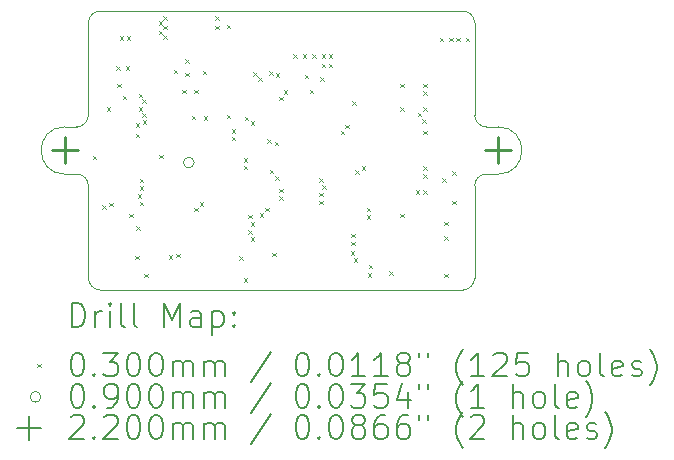
<source format=gbr>
%TF.GenerationSoftware,KiCad,Pcbnew,8.0.0*%
%TF.CreationDate,2024-09-22T13:18:51-04:00*%
%TF.ProjectId,MiniCarrierBoard,4d696e69-4361-4727-9269-6572426f6172,rev?*%
%TF.SameCoordinates,Original*%
%TF.FileFunction,Drillmap*%
%TF.FilePolarity,Positive*%
%FSLAX45Y45*%
G04 Gerber Fmt 4.5, Leading zero omitted, Abs format (unit mm)*
G04 Created by KiCad (PCBNEW 8.0.0) date 2024-09-22 13:18:51*
%MOMM*%
%LPD*%
G01*
G04 APERTURE LIST*
%ADD10C,0.050000*%
%ADD11C,0.200000*%
%ADD12C,0.100000*%
%ADD13C,0.220000*%
G04 APERTURE END LIST*
D10*
X11760000Y-8880000D02*
G75*
G02*
X11860000Y-8980000I0J-100000D01*
G01*
X8690000Y-8880000D02*
X11760000Y-8880000D01*
X8590000Y-9760000D02*
X8590000Y-8980000D01*
X8490000Y-10260000D02*
G75*
G02*
X8590000Y-10360000I0J-100000D01*
G01*
X8390000Y-10260000D02*
G75*
G02*
X8390000Y-9860000I0J200000D01*
G01*
X8690000Y-11240000D02*
G75*
G02*
X8590000Y-11140000I0J100000D01*
G01*
X11860000Y-9760000D02*
X11860000Y-8980000D01*
X11860000Y-10360000D02*
X11860000Y-11140000D01*
X8590000Y-9760000D02*
G75*
G02*
X8490000Y-9860000I-100000J0D01*
G01*
X11860000Y-11140000D02*
G75*
G02*
X11760000Y-11240000I-100000J0D01*
G01*
X12060000Y-9860000D02*
G75*
G02*
X12060000Y-10260000I0J-200000D01*
G01*
X12060000Y-10260000D02*
X11960000Y-10260000D01*
X11860000Y-10360000D02*
G75*
G02*
X11960000Y-10260000I100000J0D01*
G01*
X11760000Y-11240000D02*
X8690000Y-11240000D01*
X8390000Y-10260000D02*
X8490000Y-10260000D01*
X8590000Y-8980000D02*
G75*
G02*
X8690000Y-8880000I100000J0D01*
G01*
X12060000Y-9860000D02*
X11960000Y-9860000D01*
X11960000Y-9860000D02*
G75*
G02*
X11860000Y-9760000I0J100000D01*
G01*
X8590000Y-10360000D02*
X8590000Y-11140000D01*
X8390000Y-9860000D02*
X8490000Y-9860000D01*
D11*
D12*
X8625000Y-10105000D02*
X8655000Y-10135000D01*
X8655000Y-10105000D02*
X8625000Y-10135000D01*
X8705000Y-10525000D02*
X8735000Y-10555000D01*
X8735000Y-10525000D02*
X8705000Y-10555000D01*
X8745000Y-9695000D02*
X8775000Y-9725000D01*
X8775000Y-9695000D02*
X8745000Y-9725000D01*
X8765742Y-10501860D02*
X8795742Y-10531860D01*
X8795742Y-10501860D02*
X8765742Y-10531860D01*
X8825000Y-9345000D02*
X8855000Y-9375000D01*
X8855000Y-9345000D02*
X8825000Y-9375000D01*
X8832500Y-9495000D02*
X8862500Y-9525000D01*
X8862500Y-9495000D02*
X8832500Y-9525000D01*
X8855000Y-9095000D02*
X8885000Y-9125000D01*
X8885000Y-9095000D02*
X8855000Y-9125000D01*
X8882500Y-9595000D02*
X8912500Y-9625000D01*
X8912500Y-9595000D02*
X8882500Y-9625000D01*
X8905000Y-9345000D02*
X8935000Y-9375000D01*
X8935000Y-9345000D02*
X8905000Y-9375000D01*
X8915000Y-9095000D02*
X8945000Y-9125000D01*
X8945000Y-9095000D02*
X8915000Y-9125000D01*
X8935000Y-10595000D02*
X8965000Y-10625000D01*
X8965000Y-10595000D02*
X8935000Y-10625000D01*
X8985000Y-10950000D02*
X9015000Y-10980000D01*
X9015000Y-10950000D02*
X8985000Y-10980000D01*
X8990784Y-9830540D02*
X9020784Y-9860540D01*
X9020784Y-9830540D02*
X8990784Y-9860540D01*
X8992500Y-9917500D02*
X9022500Y-9947500D01*
X9022500Y-9917500D02*
X8992500Y-9947500D01*
X8995000Y-10700000D02*
X9025000Y-10730000D01*
X9025000Y-10700000D02*
X8995000Y-10730000D01*
X9009235Y-10431941D02*
X9039235Y-10461941D01*
X9039235Y-10431941D02*
X9009235Y-10461941D01*
X9017500Y-9578619D02*
X9047500Y-9608619D01*
X9047500Y-9578619D02*
X9017500Y-9608619D01*
X9017500Y-9695000D02*
X9047500Y-9725000D01*
X9047500Y-9695000D02*
X9017500Y-9725000D01*
X9024605Y-10362663D02*
X9054605Y-10392663D01*
X9054605Y-10362663D02*
X9024605Y-10392663D01*
X9025000Y-10495000D02*
X9055000Y-10525000D01*
X9055000Y-10495000D02*
X9025000Y-10525000D01*
X9026060Y-10297679D02*
X9056060Y-10327679D01*
X9056060Y-10297679D02*
X9026060Y-10327679D01*
X9045000Y-9745000D02*
X9075000Y-9775000D01*
X9075000Y-9745000D02*
X9045000Y-9775000D01*
X9046826Y-9628079D02*
X9076826Y-9658079D01*
X9076826Y-9628079D02*
X9046826Y-9658079D01*
X9049587Y-9802839D02*
X9079587Y-9832839D01*
X9079587Y-9802839D02*
X9049587Y-9832839D01*
X9065000Y-11105000D02*
X9095000Y-11135000D01*
X9095000Y-11105000D02*
X9065000Y-11135000D01*
X9185000Y-8965000D02*
X9215000Y-8995000D01*
X9215000Y-8965000D02*
X9185000Y-8995000D01*
X9185000Y-9045000D02*
X9215000Y-9075000D01*
X9215000Y-9045000D02*
X9185000Y-9075000D01*
X9187500Y-10095000D02*
X9217500Y-10125000D01*
X9217500Y-10095000D02*
X9187500Y-10125000D01*
X9225000Y-8925000D02*
X9255000Y-8955000D01*
X9255000Y-8925000D02*
X9225000Y-8955000D01*
X9225000Y-9005000D02*
X9255000Y-9035000D01*
X9255000Y-9005000D02*
X9225000Y-9035000D01*
X9225000Y-9085000D02*
X9255000Y-9115000D01*
X9255000Y-9085000D02*
X9225000Y-9115000D01*
X9271262Y-10947748D02*
X9301262Y-10977748D01*
X9301262Y-10947748D02*
X9271262Y-10977748D01*
X9312123Y-9377877D02*
X9342123Y-9407877D01*
X9342123Y-9377877D02*
X9312123Y-9407877D01*
X9335000Y-10935000D02*
X9365000Y-10965000D01*
X9365000Y-10935000D02*
X9335000Y-10965000D01*
X9385000Y-9545250D02*
X9415000Y-9575250D01*
X9415000Y-9545250D02*
X9385000Y-9575250D01*
X9411250Y-9288250D02*
X9441250Y-9318250D01*
X9441250Y-9288250D02*
X9411250Y-9318250D01*
X9411250Y-9401750D02*
X9441250Y-9431750D01*
X9441250Y-9401750D02*
X9411250Y-9431750D01*
X9465000Y-9765250D02*
X9495000Y-9795250D01*
X9495000Y-9765250D02*
X9465000Y-9795250D01*
X9485000Y-9545250D02*
X9515000Y-9575250D01*
X9515000Y-9545250D02*
X9485000Y-9575250D01*
X9485000Y-10545000D02*
X9515000Y-10575000D01*
X9515000Y-10545000D02*
X9485000Y-10575000D01*
X9530962Y-10499038D02*
X9560962Y-10529038D01*
X9560962Y-10499038D02*
X9530962Y-10529038D01*
X9557500Y-9385000D02*
X9587500Y-9415000D01*
X9587500Y-9385000D02*
X9557500Y-9415000D01*
X9565000Y-9768250D02*
X9595000Y-9798250D01*
X9595000Y-9768250D02*
X9565000Y-9798250D01*
X9665000Y-8925000D02*
X9695000Y-8955000D01*
X9695000Y-8925000D02*
X9665000Y-8955000D01*
X9665000Y-9005000D02*
X9695000Y-9035000D01*
X9695000Y-9005000D02*
X9665000Y-9035000D01*
X9760000Y-8995000D02*
X9790000Y-9025000D01*
X9790000Y-8995000D02*
X9760000Y-9025000D01*
X9760000Y-9757500D02*
X9790000Y-9787500D01*
X9790000Y-9757500D02*
X9760000Y-9787500D01*
X9805000Y-9880000D02*
X9835000Y-9910000D01*
X9835000Y-9880000D02*
X9805000Y-9910000D01*
X9805000Y-9945000D02*
X9835000Y-9975000D01*
X9835000Y-9945000D02*
X9805000Y-9975000D01*
X9865000Y-10957500D02*
X9895000Y-10987500D01*
X9895000Y-10957500D02*
X9865000Y-10987500D01*
X9903691Y-11142500D02*
X9933691Y-11172500D01*
X9933691Y-11142500D02*
X9903691Y-11172500D01*
X9905000Y-10125000D02*
X9935000Y-10155000D01*
X9935000Y-10125000D02*
X9905000Y-10155000D01*
X9905000Y-10190000D02*
X9935000Y-10220000D01*
X9935000Y-10190000D02*
X9905000Y-10220000D01*
X9911909Y-9775753D02*
X9941909Y-9805753D01*
X9941909Y-9775753D02*
X9911909Y-9805753D01*
X9945000Y-10605000D02*
X9975000Y-10635000D01*
X9975000Y-10605000D02*
X9945000Y-10635000D01*
X9945000Y-10735000D02*
X9975000Y-10765000D01*
X9975000Y-10735000D02*
X9945000Y-10765000D01*
X9965000Y-9813255D02*
X9995000Y-9843255D01*
X9995000Y-9813255D02*
X9965000Y-9843255D01*
X9965000Y-10670000D02*
X9995000Y-10700000D01*
X9995000Y-10670000D02*
X9965000Y-10700000D01*
X9965447Y-10796701D02*
X9995447Y-10826701D01*
X9995447Y-10796701D02*
X9965447Y-10826701D01*
X9985000Y-9399250D02*
X10015000Y-9429250D01*
X10015000Y-9399250D02*
X9985000Y-9429250D01*
X10025659Y-9439909D02*
X10055659Y-9469909D01*
X10055659Y-9439909D02*
X10025659Y-9469909D01*
X10039038Y-10590962D02*
X10069038Y-10620962D01*
X10069038Y-10590962D02*
X10039038Y-10620962D01*
X10085000Y-10545000D02*
X10115000Y-10575000D01*
X10115000Y-10545000D02*
X10085000Y-10575000D01*
X10105922Y-9967297D02*
X10135922Y-9997297D01*
X10135922Y-9967297D02*
X10105922Y-9997297D01*
X10121584Y-9387337D02*
X10151584Y-9417337D01*
X10151584Y-9387337D02*
X10121584Y-9417337D01*
X10125000Y-10225000D02*
X10155000Y-10255000D01*
X10155000Y-10225000D02*
X10125000Y-10255000D01*
X10145000Y-10925000D02*
X10175000Y-10955000D01*
X10175000Y-10925000D02*
X10145000Y-10955000D01*
X10168242Y-9985770D02*
X10198242Y-10015770D01*
X10198242Y-9985770D02*
X10168242Y-10015770D01*
X10170962Y-10277500D02*
X10200962Y-10307500D01*
X10200962Y-10277500D02*
X10170962Y-10307500D01*
X10175000Y-9405000D02*
X10205000Y-9435000D01*
X10205000Y-9405000D02*
X10175000Y-9435000D01*
X10205000Y-9605000D02*
X10235000Y-9635000D01*
X10235000Y-9605000D02*
X10205000Y-9635000D01*
X10205000Y-10385000D02*
X10235000Y-10415000D01*
X10235000Y-10385000D02*
X10205000Y-10415000D01*
X10205000Y-10450000D02*
X10235000Y-10480000D01*
X10235000Y-10450000D02*
X10205000Y-10480000D01*
X10245000Y-9552500D02*
X10275000Y-9582500D01*
X10275000Y-9552500D02*
X10245000Y-9582500D01*
X10325000Y-9245000D02*
X10355000Y-9275000D01*
X10355000Y-9245000D02*
X10325000Y-9275000D01*
X10405000Y-9245000D02*
X10435000Y-9275000D01*
X10435000Y-9245000D02*
X10405000Y-9275000D01*
X10420000Y-9420000D02*
X10450000Y-9450000D01*
X10450000Y-9420000D02*
X10420000Y-9450000D01*
X10465000Y-9545000D02*
X10495000Y-9575000D01*
X10495000Y-9545000D02*
X10465000Y-9575000D01*
X10485000Y-9245000D02*
X10515000Y-9275000D01*
X10515000Y-9245000D02*
X10485000Y-9275000D01*
X10545000Y-10295000D02*
X10575000Y-10325000D01*
X10575000Y-10295000D02*
X10545000Y-10325000D01*
X10545000Y-10420000D02*
X10575000Y-10450000D01*
X10575000Y-10420000D02*
X10545000Y-10450000D01*
X10545000Y-10485000D02*
X10575000Y-10515000D01*
X10575000Y-10485000D02*
X10545000Y-10515000D01*
X10555000Y-9441750D02*
X10585000Y-9471750D01*
X10585000Y-9441750D02*
X10555000Y-9471750D01*
X10565000Y-9245000D02*
X10595000Y-9275000D01*
X10595000Y-9245000D02*
X10565000Y-9275000D01*
X10565000Y-9325000D02*
X10595000Y-9355000D01*
X10595000Y-9325000D02*
X10565000Y-9355000D01*
X10569141Y-10355351D02*
X10599141Y-10385351D01*
X10599141Y-10355351D02*
X10569141Y-10385351D01*
X10625000Y-9245000D02*
X10655000Y-9275000D01*
X10655000Y-9245000D02*
X10625000Y-9275000D01*
X10625000Y-9325000D02*
X10655000Y-9355000D01*
X10655000Y-9325000D02*
X10625000Y-9355000D01*
X10725000Y-9895000D02*
X10755000Y-9925000D01*
X10755000Y-9895000D02*
X10725000Y-9925000D01*
X10765000Y-9842500D02*
X10795000Y-9872500D01*
X10795000Y-9842500D02*
X10765000Y-9872500D01*
X10812419Y-10911980D02*
X10842419Y-10941980D01*
X10842419Y-10911980D02*
X10812419Y-10941980D01*
X10814881Y-10767041D02*
X10844881Y-10797041D01*
X10844881Y-10767041D02*
X10814881Y-10797041D01*
X10815500Y-10832039D02*
X10845500Y-10862039D01*
X10845500Y-10832039D02*
X10815500Y-10862039D01*
X10825000Y-9645000D02*
X10855000Y-9675000D01*
X10855000Y-9645000D02*
X10825000Y-9675000D01*
X10837889Y-10972500D02*
X10867889Y-11002500D01*
X10867889Y-10972500D02*
X10837889Y-11002500D01*
X10847914Y-10226084D02*
X10877914Y-10256084D01*
X10877914Y-10226084D02*
X10847914Y-10256084D01*
X10905000Y-10195000D02*
X10935000Y-10225000D01*
X10935000Y-10195000D02*
X10905000Y-10225000D01*
X10945000Y-10545000D02*
X10975000Y-10575000D01*
X10975000Y-10545000D02*
X10945000Y-10575000D01*
X10945000Y-10610000D02*
X10975000Y-10640000D01*
X10975000Y-10610000D02*
X10945000Y-10640000D01*
X10955000Y-11101000D02*
X10985000Y-11131000D01*
X10985000Y-11101000D02*
X10955000Y-11131000D01*
X10962500Y-11028500D02*
X10992500Y-11058500D01*
X10992500Y-11028500D02*
X10962500Y-11058500D01*
X11135250Y-11085000D02*
X11165250Y-11115000D01*
X11165250Y-11085000D02*
X11135250Y-11115000D01*
X11232500Y-9495000D02*
X11262500Y-9525000D01*
X11262500Y-9495000D02*
X11232500Y-9525000D01*
X11232500Y-9695000D02*
X11262500Y-9725000D01*
X11262500Y-9695000D02*
X11232500Y-9725000D01*
X11232500Y-10595000D02*
X11262500Y-10625000D01*
X11262500Y-10595000D02*
X11232500Y-10625000D01*
X11360000Y-10395000D02*
X11390000Y-10425000D01*
X11390000Y-10395000D02*
X11360000Y-10425000D01*
X11379746Y-9740390D02*
X11409746Y-9770390D01*
X11409746Y-9740390D02*
X11379746Y-9770390D01*
X11415000Y-9795000D02*
X11445000Y-9825000D01*
X11445000Y-9795000D02*
X11415000Y-9825000D01*
X11425000Y-9495000D02*
X11455000Y-9525000D01*
X11455000Y-9495000D02*
X11425000Y-9525000D01*
X11425000Y-9560000D02*
X11455000Y-9590000D01*
X11455000Y-9560000D02*
X11425000Y-9590000D01*
X11425000Y-9695000D02*
X11455000Y-9725000D01*
X11455000Y-9695000D02*
X11425000Y-9725000D01*
X11425000Y-9895000D02*
X11455000Y-9925000D01*
X11455000Y-9895000D02*
X11425000Y-9925000D01*
X11425000Y-10195000D02*
X11455000Y-10225000D01*
X11455000Y-10195000D02*
X11425000Y-10225000D01*
X11425000Y-10260000D02*
X11455000Y-10290000D01*
X11455000Y-10260000D02*
X11425000Y-10290000D01*
X11425000Y-10395000D02*
X11455000Y-10425000D01*
X11455000Y-10395000D02*
X11425000Y-10425000D01*
X11565000Y-9105000D02*
X11595000Y-9135000D01*
X11595000Y-9105000D02*
X11565000Y-9135000D01*
X11587500Y-10295000D02*
X11617500Y-10325000D01*
X11617500Y-10295000D02*
X11587500Y-10325000D01*
X11605000Y-10665000D02*
X11635000Y-10695000D01*
X11635000Y-10665000D02*
X11605000Y-10695000D01*
X11605000Y-10785000D02*
X11635000Y-10815000D01*
X11635000Y-10785000D02*
X11605000Y-10815000D01*
X11605000Y-11105000D02*
X11635000Y-11135000D01*
X11635000Y-11105000D02*
X11605000Y-11135000D01*
X11645000Y-9105000D02*
X11675000Y-9135000D01*
X11675000Y-9105000D02*
X11645000Y-9135000D01*
X11672073Y-10235000D02*
X11702073Y-10265000D01*
X11702073Y-10235000D02*
X11672073Y-10265000D01*
X11672500Y-10485000D02*
X11702500Y-10515000D01*
X11702500Y-10485000D02*
X11672500Y-10515000D01*
X11705000Y-9105000D02*
X11735000Y-9135000D01*
X11735000Y-9105000D02*
X11705000Y-9135000D01*
X11785000Y-9105000D02*
X11815000Y-9135000D01*
X11815000Y-9105000D02*
X11785000Y-9135000D01*
X9485000Y-10162500D02*
G75*
G02*
X9395000Y-10162500I-45000J0D01*
G01*
X9395000Y-10162500D02*
G75*
G02*
X9485000Y-10162500I45000J0D01*
G01*
D13*
X8390000Y-9950000D02*
X8390000Y-10170000D01*
X8280000Y-10060000D02*
X8500000Y-10060000D01*
X12060000Y-9950000D02*
X12060000Y-10170000D01*
X11950000Y-10060000D02*
X12170000Y-10060000D01*
D11*
X8448277Y-11553984D02*
X8448277Y-11353984D01*
X8448277Y-11353984D02*
X8495896Y-11353984D01*
X8495896Y-11353984D02*
X8524467Y-11363508D01*
X8524467Y-11363508D02*
X8543515Y-11382555D01*
X8543515Y-11382555D02*
X8553039Y-11401603D01*
X8553039Y-11401603D02*
X8562563Y-11439698D01*
X8562563Y-11439698D02*
X8562563Y-11468269D01*
X8562563Y-11468269D02*
X8553039Y-11506365D01*
X8553039Y-11506365D02*
X8543515Y-11525412D01*
X8543515Y-11525412D02*
X8524467Y-11544460D01*
X8524467Y-11544460D02*
X8495896Y-11553984D01*
X8495896Y-11553984D02*
X8448277Y-11553984D01*
X8648277Y-11553984D02*
X8648277Y-11420650D01*
X8648277Y-11458746D02*
X8657801Y-11439698D01*
X8657801Y-11439698D02*
X8667324Y-11430174D01*
X8667324Y-11430174D02*
X8686372Y-11420650D01*
X8686372Y-11420650D02*
X8705420Y-11420650D01*
X8772086Y-11553984D02*
X8772086Y-11420650D01*
X8772086Y-11353984D02*
X8762563Y-11363508D01*
X8762563Y-11363508D02*
X8772086Y-11373031D01*
X8772086Y-11373031D02*
X8781610Y-11363508D01*
X8781610Y-11363508D02*
X8772086Y-11353984D01*
X8772086Y-11353984D02*
X8772086Y-11373031D01*
X8895896Y-11553984D02*
X8876848Y-11544460D01*
X8876848Y-11544460D02*
X8867324Y-11525412D01*
X8867324Y-11525412D02*
X8867324Y-11353984D01*
X9000658Y-11553984D02*
X8981610Y-11544460D01*
X8981610Y-11544460D02*
X8972086Y-11525412D01*
X8972086Y-11525412D02*
X8972086Y-11353984D01*
X9229229Y-11553984D02*
X9229229Y-11353984D01*
X9229229Y-11353984D02*
X9295896Y-11496841D01*
X9295896Y-11496841D02*
X9362563Y-11353984D01*
X9362563Y-11353984D02*
X9362563Y-11553984D01*
X9543515Y-11553984D02*
X9543515Y-11449222D01*
X9543515Y-11449222D02*
X9533991Y-11430174D01*
X9533991Y-11430174D02*
X9514944Y-11420650D01*
X9514944Y-11420650D02*
X9476848Y-11420650D01*
X9476848Y-11420650D02*
X9457801Y-11430174D01*
X9543515Y-11544460D02*
X9524467Y-11553984D01*
X9524467Y-11553984D02*
X9476848Y-11553984D01*
X9476848Y-11553984D02*
X9457801Y-11544460D01*
X9457801Y-11544460D02*
X9448277Y-11525412D01*
X9448277Y-11525412D02*
X9448277Y-11506365D01*
X9448277Y-11506365D02*
X9457801Y-11487317D01*
X9457801Y-11487317D02*
X9476848Y-11477793D01*
X9476848Y-11477793D02*
X9524467Y-11477793D01*
X9524467Y-11477793D02*
X9543515Y-11468269D01*
X9638753Y-11420650D02*
X9638753Y-11620650D01*
X9638753Y-11430174D02*
X9657801Y-11420650D01*
X9657801Y-11420650D02*
X9695896Y-11420650D01*
X9695896Y-11420650D02*
X9714944Y-11430174D01*
X9714944Y-11430174D02*
X9724467Y-11439698D01*
X9724467Y-11439698D02*
X9733991Y-11458746D01*
X9733991Y-11458746D02*
X9733991Y-11515888D01*
X9733991Y-11515888D02*
X9724467Y-11534936D01*
X9724467Y-11534936D02*
X9714944Y-11544460D01*
X9714944Y-11544460D02*
X9695896Y-11553984D01*
X9695896Y-11553984D02*
X9657801Y-11553984D01*
X9657801Y-11553984D02*
X9638753Y-11544460D01*
X9819705Y-11534936D02*
X9829229Y-11544460D01*
X9829229Y-11544460D02*
X9819705Y-11553984D01*
X9819705Y-11553984D02*
X9810182Y-11544460D01*
X9810182Y-11544460D02*
X9819705Y-11534936D01*
X9819705Y-11534936D02*
X9819705Y-11553984D01*
X9819705Y-11430174D02*
X9829229Y-11439698D01*
X9829229Y-11439698D02*
X9819705Y-11449222D01*
X9819705Y-11449222D02*
X9810182Y-11439698D01*
X9810182Y-11439698D02*
X9819705Y-11430174D01*
X9819705Y-11430174D02*
X9819705Y-11449222D01*
D12*
X8157500Y-11867500D02*
X8187500Y-11897500D01*
X8187500Y-11867500D02*
X8157500Y-11897500D01*
D11*
X8486372Y-11773984D02*
X8505420Y-11773984D01*
X8505420Y-11773984D02*
X8524467Y-11783508D01*
X8524467Y-11783508D02*
X8533991Y-11793031D01*
X8533991Y-11793031D02*
X8543515Y-11812079D01*
X8543515Y-11812079D02*
X8553039Y-11850174D01*
X8553039Y-11850174D02*
X8553039Y-11897793D01*
X8553039Y-11897793D02*
X8543515Y-11935888D01*
X8543515Y-11935888D02*
X8533991Y-11954936D01*
X8533991Y-11954936D02*
X8524467Y-11964460D01*
X8524467Y-11964460D02*
X8505420Y-11973984D01*
X8505420Y-11973984D02*
X8486372Y-11973984D01*
X8486372Y-11973984D02*
X8467324Y-11964460D01*
X8467324Y-11964460D02*
X8457801Y-11954936D01*
X8457801Y-11954936D02*
X8448277Y-11935888D01*
X8448277Y-11935888D02*
X8438753Y-11897793D01*
X8438753Y-11897793D02*
X8438753Y-11850174D01*
X8438753Y-11850174D02*
X8448277Y-11812079D01*
X8448277Y-11812079D02*
X8457801Y-11793031D01*
X8457801Y-11793031D02*
X8467324Y-11783508D01*
X8467324Y-11783508D02*
X8486372Y-11773984D01*
X8638753Y-11954936D02*
X8648277Y-11964460D01*
X8648277Y-11964460D02*
X8638753Y-11973984D01*
X8638753Y-11973984D02*
X8629229Y-11964460D01*
X8629229Y-11964460D02*
X8638753Y-11954936D01*
X8638753Y-11954936D02*
X8638753Y-11973984D01*
X8714944Y-11773984D02*
X8838753Y-11773984D01*
X8838753Y-11773984D02*
X8772086Y-11850174D01*
X8772086Y-11850174D02*
X8800658Y-11850174D01*
X8800658Y-11850174D02*
X8819705Y-11859698D01*
X8819705Y-11859698D02*
X8829229Y-11869222D01*
X8829229Y-11869222D02*
X8838753Y-11888269D01*
X8838753Y-11888269D02*
X8838753Y-11935888D01*
X8838753Y-11935888D02*
X8829229Y-11954936D01*
X8829229Y-11954936D02*
X8819705Y-11964460D01*
X8819705Y-11964460D02*
X8800658Y-11973984D01*
X8800658Y-11973984D02*
X8743515Y-11973984D01*
X8743515Y-11973984D02*
X8724467Y-11964460D01*
X8724467Y-11964460D02*
X8714944Y-11954936D01*
X8962563Y-11773984D02*
X8981610Y-11773984D01*
X8981610Y-11773984D02*
X9000658Y-11783508D01*
X9000658Y-11783508D02*
X9010182Y-11793031D01*
X9010182Y-11793031D02*
X9019705Y-11812079D01*
X9019705Y-11812079D02*
X9029229Y-11850174D01*
X9029229Y-11850174D02*
X9029229Y-11897793D01*
X9029229Y-11897793D02*
X9019705Y-11935888D01*
X9019705Y-11935888D02*
X9010182Y-11954936D01*
X9010182Y-11954936D02*
X9000658Y-11964460D01*
X9000658Y-11964460D02*
X8981610Y-11973984D01*
X8981610Y-11973984D02*
X8962563Y-11973984D01*
X8962563Y-11973984D02*
X8943515Y-11964460D01*
X8943515Y-11964460D02*
X8933991Y-11954936D01*
X8933991Y-11954936D02*
X8924467Y-11935888D01*
X8924467Y-11935888D02*
X8914944Y-11897793D01*
X8914944Y-11897793D02*
X8914944Y-11850174D01*
X8914944Y-11850174D02*
X8924467Y-11812079D01*
X8924467Y-11812079D02*
X8933991Y-11793031D01*
X8933991Y-11793031D02*
X8943515Y-11783508D01*
X8943515Y-11783508D02*
X8962563Y-11773984D01*
X9153039Y-11773984D02*
X9172086Y-11773984D01*
X9172086Y-11773984D02*
X9191134Y-11783508D01*
X9191134Y-11783508D02*
X9200658Y-11793031D01*
X9200658Y-11793031D02*
X9210182Y-11812079D01*
X9210182Y-11812079D02*
X9219705Y-11850174D01*
X9219705Y-11850174D02*
X9219705Y-11897793D01*
X9219705Y-11897793D02*
X9210182Y-11935888D01*
X9210182Y-11935888D02*
X9200658Y-11954936D01*
X9200658Y-11954936D02*
X9191134Y-11964460D01*
X9191134Y-11964460D02*
X9172086Y-11973984D01*
X9172086Y-11973984D02*
X9153039Y-11973984D01*
X9153039Y-11973984D02*
X9133991Y-11964460D01*
X9133991Y-11964460D02*
X9124467Y-11954936D01*
X9124467Y-11954936D02*
X9114944Y-11935888D01*
X9114944Y-11935888D02*
X9105420Y-11897793D01*
X9105420Y-11897793D02*
X9105420Y-11850174D01*
X9105420Y-11850174D02*
X9114944Y-11812079D01*
X9114944Y-11812079D02*
X9124467Y-11793031D01*
X9124467Y-11793031D02*
X9133991Y-11783508D01*
X9133991Y-11783508D02*
X9153039Y-11773984D01*
X9305420Y-11973984D02*
X9305420Y-11840650D01*
X9305420Y-11859698D02*
X9314944Y-11850174D01*
X9314944Y-11850174D02*
X9333991Y-11840650D01*
X9333991Y-11840650D02*
X9362563Y-11840650D01*
X9362563Y-11840650D02*
X9381610Y-11850174D01*
X9381610Y-11850174D02*
X9391134Y-11869222D01*
X9391134Y-11869222D02*
X9391134Y-11973984D01*
X9391134Y-11869222D02*
X9400658Y-11850174D01*
X9400658Y-11850174D02*
X9419705Y-11840650D01*
X9419705Y-11840650D02*
X9448277Y-11840650D01*
X9448277Y-11840650D02*
X9467325Y-11850174D01*
X9467325Y-11850174D02*
X9476848Y-11869222D01*
X9476848Y-11869222D02*
X9476848Y-11973984D01*
X9572086Y-11973984D02*
X9572086Y-11840650D01*
X9572086Y-11859698D02*
X9581610Y-11850174D01*
X9581610Y-11850174D02*
X9600658Y-11840650D01*
X9600658Y-11840650D02*
X9629229Y-11840650D01*
X9629229Y-11840650D02*
X9648277Y-11850174D01*
X9648277Y-11850174D02*
X9657801Y-11869222D01*
X9657801Y-11869222D02*
X9657801Y-11973984D01*
X9657801Y-11869222D02*
X9667325Y-11850174D01*
X9667325Y-11850174D02*
X9686372Y-11840650D01*
X9686372Y-11840650D02*
X9714944Y-11840650D01*
X9714944Y-11840650D02*
X9733991Y-11850174D01*
X9733991Y-11850174D02*
X9743515Y-11869222D01*
X9743515Y-11869222D02*
X9743515Y-11973984D01*
X10133991Y-11764460D02*
X9962563Y-12021603D01*
X10391134Y-11773984D02*
X10410182Y-11773984D01*
X10410182Y-11773984D02*
X10429229Y-11783508D01*
X10429229Y-11783508D02*
X10438753Y-11793031D01*
X10438753Y-11793031D02*
X10448277Y-11812079D01*
X10448277Y-11812079D02*
X10457801Y-11850174D01*
X10457801Y-11850174D02*
X10457801Y-11897793D01*
X10457801Y-11897793D02*
X10448277Y-11935888D01*
X10448277Y-11935888D02*
X10438753Y-11954936D01*
X10438753Y-11954936D02*
X10429229Y-11964460D01*
X10429229Y-11964460D02*
X10410182Y-11973984D01*
X10410182Y-11973984D02*
X10391134Y-11973984D01*
X10391134Y-11973984D02*
X10372087Y-11964460D01*
X10372087Y-11964460D02*
X10362563Y-11954936D01*
X10362563Y-11954936D02*
X10353039Y-11935888D01*
X10353039Y-11935888D02*
X10343515Y-11897793D01*
X10343515Y-11897793D02*
X10343515Y-11850174D01*
X10343515Y-11850174D02*
X10353039Y-11812079D01*
X10353039Y-11812079D02*
X10362563Y-11793031D01*
X10362563Y-11793031D02*
X10372087Y-11783508D01*
X10372087Y-11783508D02*
X10391134Y-11773984D01*
X10543515Y-11954936D02*
X10553039Y-11964460D01*
X10553039Y-11964460D02*
X10543515Y-11973984D01*
X10543515Y-11973984D02*
X10533991Y-11964460D01*
X10533991Y-11964460D02*
X10543515Y-11954936D01*
X10543515Y-11954936D02*
X10543515Y-11973984D01*
X10676848Y-11773984D02*
X10695896Y-11773984D01*
X10695896Y-11773984D02*
X10714944Y-11783508D01*
X10714944Y-11783508D02*
X10724468Y-11793031D01*
X10724468Y-11793031D02*
X10733991Y-11812079D01*
X10733991Y-11812079D02*
X10743515Y-11850174D01*
X10743515Y-11850174D02*
X10743515Y-11897793D01*
X10743515Y-11897793D02*
X10733991Y-11935888D01*
X10733991Y-11935888D02*
X10724468Y-11954936D01*
X10724468Y-11954936D02*
X10714944Y-11964460D01*
X10714944Y-11964460D02*
X10695896Y-11973984D01*
X10695896Y-11973984D02*
X10676848Y-11973984D01*
X10676848Y-11973984D02*
X10657801Y-11964460D01*
X10657801Y-11964460D02*
X10648277Y-11954936D01*
X10648277Y-11954936D02*
X10638753Y-11935888D01*
X10638753Y-11935888D02*
X10629229Y-11897793D01*
X10629229Y-11897793D02*
X10629229Y-11850174D01*
X10629229Y-11850174D02*
X10638753Y-11812079D01*
X10638753Y-11812079D02*
X10648277Y-11793031D01*
X10648277Y-11793031D02*
X10657801Y-11783508D01*
X10657801Y-11783508D02*
X10676848Y-11773984D01*
X10933991Y-11973984D02*
X10819706Y-11973984D01*
X10876848Y-11973984D02*
X10876848Y-11773984D01*
X10876848Y-11773984D02*
X10857801Y-11802555D01*
X10857801Y-11802555D02*
X10838753Y-11821603D01*
X10838753Y-11821603D02*
X10819706Y-11831127D01*
X11124468Y-11973984D02*
X11010182Y-11973984D01*
X11067325Y-11973984D02*
X11067325Y-11773984D01*
X11067325Y-11773984D02*
X11048277Y-11802555D01*
X11048277Y-11802555D02*
X11029229Y-11821603D01*
X11029229Y-11821603D02*
X11010182Y-11831127D01*
X11238753Y-11859698D02*
X11219706Y-11850174D01*
X11219706Y-11850174D02*
X11210182Y-11840650D01*
X11210182Y-11840650D02*
X11200658Y-11821603D01*
X11200658Y-11821603D02*
X11200658Y-11812079D01*
X11200658Y-11812079D02*
X11210182Y-11793031D01*
X11210182Y-11793031D02*
X11219706Y-11783508D01*
X11219706Y-11783508D02*
X11238753Y-11773984D01*
X11238753Y-11773984D02*
X11276848Y-11773984D01*
X11276848Y-11773984D02*
X11295896Y-11783508D01*
X11295896Y-11783508D02*
X11305420Y-11793031D01*
X11305420Y-11793031D02*
X11314944Y-11812079D01*
X11314944Y-11812079D02*
X11314944Y-11821603D01*
X11314944Y-11821603D02*
X11305420Y-11840650D01*
X11305420Y-11840650D02*
X11295896Y-11850174D01*
X11295896Y-11850174D02*
X11276848Y-11859698D01*
X11276848Y-11859698D02*
X11238753Y-11859698D01*
X11238753Y-11859698D02*
X11219706Y-11869222D01*
X11219706Y-11869222D02*
X11210182Y-11878746D01*
X11210182Y-11878746D02*
X11200658Y-11897793D01*
X11200658Y-11897793D02*
X11200658Y-11935888D01*
X11200658Y-11935888D02*
X11210182Y-11954936D01*
X11210182Y-11954936D02*
X11219706Y-11964460D01*
X11219706Y-11964460D02*
X11238753Y-11973984D01*
X11238753Y-11973984D02*
X11276848Y-11973984D01*
X11276848Y-11973984D02*
X11295896Y-11964460D01*
X11295896Y-11964460D02*
X11305420Y-11954936D01*
X11305420Y-11954936D02*
X11314944Y-11935888D01*
X11314944Y-11935888D02*
X11314944Y-11897793D01*
X11314944Y-11897793D02*
X11305420Y-11878746D01*
X11305420Y-11878746D02*
X11295896Y-11869222D01*
X11295896Y-11869222D02*
X11276848Y-11859698D01*
X11391134Y-11773984D02*
X11391134Y-11812079D01*
X11467325Y-11773984D02*
X11467325Y-11812079D01*
X11762563Y-12050174D02*
X11753039Y-12040650D01*
X11753039Y-12040650D02*
X11733991Y-12012079D01*
X11733991Y-12012079D02*
X11724468Y-11993031D01*
X11724468Y-11993031D02*
X11714944Y-11964460D01*
X11714944Y-11964460D02*
X11705420Y-11916841D01*
X11705420Y-11916841D02*
X11705420Y-11878746D01*
X11705420Y-11878746D02*
X11714944Y-11831127D01*
X11714944Y-11831127D02*
X11724468Y-11802555D01*
X11724468Y-11802555D02*
X11733991Y-11783508D01*
X11733991Y-11783508D02*
X11753039Y-11754936D01*
X11753039Y-11754936D02*
X11762563Y-11745412D01*
X11943515Y-11973984D02*
X11829229Y-11973984D01*
X11886372Y-11973984D02*
X11886372Y-11773984D01*
X11886372Y-11773984D02*
X11867325Y-11802555D01*
X11867325Y-11802555D02*
X11848277Y-11821603D01*
X11848277Y-11821603D02*
X11829229Y-11831127D01*
X12019706Y-11793031D02*
X12029229Y-11783508D01*
X12029229Y-11783508D02*
X12048277Y-11773984D01*
X12048277Y-11773984D02*
X12095896Y-11773984D01*
X12095896Y-11773984D02*
X12114944Y-11783508D01*
X12114944Y-11783508D02*
X12124468Y-11793031D01*
X12124468Y-11793031D02*
X12133991Y-11812079D01*
X12133991Y-11812079D02*
X12133991Y-11831127D01*
X12133991Y-11831127D02*
X12124468Y-11859698D01*
X12124468Y-11859698D02*
X12010182Y-11973984D01*
X12010182Y-11973984D02*
X12133991Y-11973984D01*
X12314944Y-11773984D02*
X12219706Y-11773984D01*
X12219706Y-11773984D02*
X12210182Y-11869222D01*
X12210182Y-11869222D02*
X12219706Y-11859698D01*
X12219706Y-11859698D02*
X12238753Y-11850174D01*
X12238753Y-11850174D02*
X12286372Y-11850174D01*
X12286372Y-11850174D02*
X12305420Y-11859698D01*
X12305420Y-11859698D02*
X12314944Y-11869222D01*
X12314944Y-11869222D02*
X12324468Y-11888269D01*
X12324468Y-11888269D02*
X12324468Y-11935888D01*
X12324468Y-11935888D02*
X12314944Y-11954936D01*
X12314944Y-11954936D02*
X12305420Y-11964460D01*
X12305420Y-11964460D02*
X12286372Y-11973984D01*
X12286372Y-11973984D02*
X12238753Y-11973984D01*
X12238753Y-11973984D02*
X12219706Y-11964460D01*
X12219706Y-11964460D02*
X12210182Y-11954936D01*
X12562563Y-11973984D02*
X12562563Y-11773984D01*
X12648277Y-11973984D02*
X12648277Y-11869222D01*
X12648277Y-11869222D02*
X12638753Y-11850174D01*
X12638753Y-11850174D02*
X12619706Y-11840650D01*
X12619706Y-11840650D02*
X12591134Y-11840650D01*
X12591134Y-11840650D02*
X12572087Y-11850174D01*
X12572087Y-11850174D02*
X12562563Y-11859698D01*
X12772087Y-11973984D02*
X12753039Y-11964460D01*
X12753039Y-11964460D02*
X12743515Y-11954936D01*
X12743515Y-11954936D02*
X12733991Y-11935888D01*
X12733991Y-11935888D02*
X12733991Y-11878746D01*
X12733991Y-11878746D02*
X12743515Y-11859698D01*
X12743515Y-11859698D02*
X12753039Y-11850174D01*
X12753039Y-11850174D02*
X12772087Y-11840650D01*
X12772087Y-11840650D02*
X12800658Y-11840650D01*
X12800658Y-11840650D02*
X12819706Y-11850174D01*
X12819706Y-11850174D02*
X12829230Y-11859698D01*
X12829230Y-11859698D02*
X12838753Y-11878746D01*
X12838753Y-11878746D02*
X12838753Y-11935888D01*
X12838753Y-11935888D02*
X12829230Y-11954936D01*
X12829230Y-11954936D02*
X12819706Y-11964460D01*
X12819706Y-11964460D02*
X12800658Y-11973984D01*
X12800658Y-11973984D02*
X12772087Y-11973984D01*
X12953039Y-11973984D02*
X12933991Y-11964460D01*
X12933991Y-11964460D02*
X12924468Y-11945412D01*
X12924468Y-11945412D02*
X12924468Y-11773984D01*
X13105420Y-11964460D02*
X13086372Y-11973984D01*
X13086372Y-11973984D02*
X13048277Y-11973984D01*
X13048277Y-11973984D02*
X13029230Y-11964460D01*
X13029230Y-11964460D02*
X13019706Y-11945412D01*
X13019706Y-11945412D02*
X13019706Y-11869222D01*
X13019706Y-11869222D02*
X13029230Y-11850174D01*
X13029230Y-11850174D02*
X13048277Y-11840650D01*
X13048277Y-11840650D02*
X13086372Y-11840650D01*
X13086372Y-11840650D02*
X13105420Y-11850174D01*
X13105420Y-11850174D02*
X13114944Y-11869222D01*
X13114944Y-11869222D02*
X13114944Y-11888269D01*
X13114944Y-11888269D02*
X13019706Y-11907317D01*
X13191134Y-11964460D02*
X13210182Y-11973984D01*
X13210182Y-11973984D02*
X13248277Y-11973984D01*
X13248277Y-11973984D02*
X13267325Y-11964460D01*
X13267325Y-11964460D02*
X13276849Y-11945412D01*
X13276849Y-11945412D02*
X13276849Y-11935888D01*
X13276849Y-11935888D02*
X13267325Y-11916841D01*
X13267325Y-11916841D02*
X13248277Y-11907317D01*
X13248277Y-11907317D02*
X13219706Y-11907317D01*
X13219706Y-11907317D02*
X13200658Y-11897793D01*
X13200658Y-11897793D02*
X13191134Y-11878746D01*
X13191134Y-11878746D02*
X13191134Y-11869222D01*
X13191134Y-11869222D02*
X13200658Y-11850174D01*
X13200658Y-11850174D02*
X13219706Y-11840650D01*
X13219706Y-11840650D02*
X13248277Y-11840650D01*
X13248277Y-11840650D02*
X13267325Y-11850174D01*
X13343515Y-12050174D02*
X13353039Y-12040650D01*
X13353039Y-12040650D02*
X13372087Y-12012079D01*
X13372087Y-12012079D02*
X13381611Y-11993031D01*
X13381611Y-11993031D02*
X13391134Y-11964460D01*
X13391134Y-11964460D02*
X13400658Y-11916841D01*
X13400658Y-11916841D02*
X13400658Y-11878746D01*
X13400658Y-11878746D02*
X13391134Y-11831127D01*
X13391134Y-11831127D02*
X13381611Y-11802555D01*
X13381611Y-11802555D02*
X13372087Y-11783508D01*
X13372087Y-11783508D02*
X13353039Y-11754936D01*
X13353039Y-11754936D02*
X13343515Y-11745412D01*
D12*
X8187500Y-12146500D02*
G75*
G02*
X8097500Y-12146500I-45000J0D01*
G01*
X8097500Y-12146500D02*
G75*
G02*
X8187500Y-12146500I45000J0D01*
G01*
D11*
X8486372Y-12037984D02*
X8505420Y-12037984D01*
X8505420Y-12037984D02*
X8524467Y-12047508D01*
X8524467Y-12047508D02*
X8533991Y-12057031D01*
X8533991Y-12057031D02*
X8543515Y-12076079D01*
X8543515Y-12076079D02*
X8553039Y-12114174D01*
X8553039Y-12114174D02*
X8553039Y-12161793D01*
X8553039Y-12161793D02*
X8543515Y-12199888D01*
X8543515Y-12199888D02*
X8533991Y-12218936D01*
X8533991Y-12218936D02*
X8524467Y-12228460D01*
X8524467Y-12228460D02*
X8505420Y-12237984D01*
X8505420Y-12237984D02*
X8486372Y-12237984D01*
X8486372Y-12237984D02*
X8467324Y-12228460D01*
X8467324Y-12228460D02*
X8457801Y-12218936D01*
X8457801Y-12218936D02*
X8448277Y-12199888D01*
X8448277Y-12199888D02*
X8438753Y-12161793D01*
X8438753Y-12161793D02*
X8438753Y-12114174D01*
X8438753Y-12114174D02*
X8448277Y-12076079D01*
X8448277Y-12076079D02*
X8457801Y-12057031D01*
X8457801Y-12057031D02*
X8467324Y-12047508D01*
X8467324Y-12047508D02*
X8486372Y-12037984D01*
X8638753Y-12218936D02*
X8648277Y-12228460D01*
X8648277Y-12228460D02*
X8638753Y-12237984D01*
X8638753Y-12237984D02*
X8629229Y-12228460D01*
X8629229Y-12228460D02*
X8638753Y-12218936D01*
X8638753Y-12218936D02*
X8638753Y-12237984D01*
X8743515Y-12237984D02*
X8781610Y-12237984D01*
X8781610Y-12237984D02*
X8800658Y-12228460D01*
X8800658Y-12228460D02*
X8810182Y-12218936D01*
X8810182Y-12218936D02*
X8829229Y-12190365D01*
X8829229Y-12190365D02*
X8838753Y-12152269D01*
X8838753Y-12152269D02*
X8838753Y-12076079D01*
X8838753Y-12076079D02*
X8829229Y-12057031D01*
X8829229Y-12057031D02*
X8819705Y-12047508D01*
X8819705Y-12047508D02*
X8800658Y-12037984D01*
X8800658Y-12037984D02*
X8762563Y-12037984D01*
X8762563Y-12037984D02*
X8743515Y-12047508D01*
X8743515Y-12047508D02*
X8733991Y-12057031D01*
X8733991Y-12057031D02*
X8724467Y-12076079D01*
X8724467Y-12076079D02*
X8724467Y-12123698D01*
X8724467Y-12123698D02*
X8733991Y-12142746D01*
X8733991Y-12142746D02*
X8743515Y-12152269D01*
X8743515Y-12152269D02*
X8762563Y-12161793D01*
X8762563Y-12161793D02*
X8800658Y-12161793D01*
X8800658Y-12161793D02*
X8819705Y-12152269D01*
X8819705Y-12152269D02*
X8829229Y-12142746D01*
X8829229Y-12142746D02*
X8838753Y-12123698D01*
X8962563Y-12037984D02*
X8981610Y-12037984D01*
X8981610Y-12037984D02*
X9000658Y-12047508D01*
X9000658Y-12047508D02*
X9010182Y-12057031D01*
X9010182Y-12057031D02*
X9019705Y-12076079D01*
X9019705Y-12076079D02*
X9029229Y-12114174D01*
X9029229Y-12114174D02*
X9029229Y-12161793D01*
X9029229Y-12161793D02*
X9019705Y-12199888D01*
X9019705Y-12199888D02*
X9010182Y-12218936D01*
X9010182Y-12218936D02*
X9000658Y-12228460D01*
X9000658Y-12228460D02*
X8981610Y-12237984D01*
X8981610Y-12237984D02*
X8962563Y-12237984D01*
X8962563Y-12237984D02*
X8943515Y-12228460D01*
X8943515Y-12228460D02*
X8933991Y-12218936D01*
X8933991Y-12218936D02*
X8924467Y-12199888D01*
X8924467Y-12199888D02*
X8914944Y-12161793D01*
X8914944Y-12161793D02*
X8914944Y-12114174D01*
X8914944Y-12114174D02*
X8924467Y-12076079D01*
X8924467Y-12076079D02*
X8933991Y-12057031D01*
X8933991Y-12057031D02*
X8943515Y-12047508D01*
X8943515Y-12047508D02*
X8962563Y-12037984D01*
X9153039Y-12037984D02*
X9172086Y-12037984D01*
X9172086Y-12037984D02*
X9191134Y-12047508D01*
X9191134Y-12047508D02*
X9200658Y-12057031D01*
X9200658Y-12057031D02*
X9210182Y-12076079D01*
X9210182Y-12076079D02*
X9219705Y-12114174D01*
X9219705Y-12114174D02*
X9219705Y-12161793D01*
X9219705Y-12161793D02*
X9210182Y-12199888D01*
X9210182Y-12199888D02*
X9200658Y-12218936D01*
X9200658Y-12218936D02*
X9191134Y-12228460D01*
X9191134Y-12228460D02*
X9172086Y-12237984D01*
X9172086Y-12237984D02*
X9153039Y-12237984D01*
X9153039Y-12237984D02*
X9133991Y-12228460D01*
X9133991Y-12228460D02*
X9124467Y-12218936D01*
X9124467Y-12218936D02*
X9114944Y-12199888D01*
X9114944Y-12199888D02*
X9105420Y-12161793D01*
X9105420Y-12161793D02*
X9105420Y-12114174D01*
X9105420Y-12114174D02*
X9114944Y-12076079D01*
X9114944Y-12076079D02*
X9124467Y-12057031D01*
X9124467Y-12057031D02*
X9133991Y-12047508D01*
X9133991Y-12047508D02*
X9153039Y-12037984D01*
X9305420Y-12237984D02*
X9305420Y-12104650D01*
X9305420Y-12123698D02*
X9314944Y-12114174D01*
X9314944Y-12114174D02*
X9333991Y-12104650D01*
X9333991Y-12104650D02*
X9362563Y-12104650D01*
X9362563Y-12104650D02*
X9381610Y-12114174D01*
X9381610Y-12114174D02*
X9391134Y-12133222D01*
X9391134Y-12133222D02*
X9391134Y-12237984D01*
X9391134Y-12133222D02*
X9400658Y-12114174D01*
X9400658Y-12114174D02*
X9419705Y-12104650D01*
X9419705Y-12104650D02*
X9448277Y-12104650D01*
X9448277Y-12104650D02*
X9467325Y-12114174D01*
X9467325Y-12114174D02*
X9476848Y-12133222D01*
X9476848Y-12133222D02*
X9476848Y-12237984D01*
X9572086Y-12237984D02*
X9572086Y-12104650D01*
X9572086Y-12123698D02*
X9581610Y-12114174D01*
X9581610Y-12114174D02*
X9600658Y-12104650D01*
X9600658Y-12104650D02*
X9629229Y-12104650D01*
X9629229Y-12104650D02*
X9648277Y-12114174D01*
X9648277Y-12114174D02*
X9657801Y-12133222D01*
X9657801Y-12133222D02*
X9657801Y-12237984D01*
X9657801Y-12133222D02*
X9667325Y-12114174D01*
X9667325Y-12114174D02*
X9686372Y-12104650D01*
X9686372Y-12104650D02*
X9714944Y-12104650D01*
X9714944Y-12104650D02*
X9733991Y-12114174D01*
X9733991Y-12114174D02*
X9743515Y-12133222D01*
X9743515Y-12133222D02*
X9743515Y-12237984D01*
X10133991Y-12028460D02*
X9962563Y-12285603D01*
X10391134Y-12037984D02*
X10410182Y-12037984D01*
X10410182Y-12037984D02*
X10429229Y-12047508D01*
X10429229Y-12047508D02*
X10438753Y-12057031D01*
X10438753Y-12057031D02*
X10448277Y-12076079D01*
X10448277Y-12076079D02*
X10457801Y-12114174D01*
X10457801Y-12114174D02*
X10457801Y-12161793D01*
X10457801Y-12161793D02*
X10448277Y-12199888D01*
X10448277Y-12199888D02*
X10438753Y-12218936D01*
X10438753Y-12218936D02*
X10429229Y-12228460D01*
X10429229Y-12228460D02*
X10410182Y-12237984D01*
X10410182Y-12237984D02*
X10391134Y-12237984D01*
X10391134Y-12237984D02*
X10372087Y-12228460D01*
X10372087Y-12228460D02*
X10362563Y-12218936D01*
X10362563Y-12218936D02*
X10353039Y-12199888D01*
X10353039Y-12199888D02*
X10343515Y-12161793D01*
X10343515Y-12161793D02*
X10343515Y-12114174D01*
X10343515Y-12114174D02*
X10353039Y-12076079D01*
X10353039Y-12076079D02*
X10362563Y-12057031D01*
X10362563Y-12057031D02*
X10372087Y-12047508D01*
X10372087Y-12047508D02*
X10391134Y-12037984D01*
X10543515Y-12218936D02*
X10553039Y-12228460D01*
X10553039Y-12228460D02*
X10543515Y-12237984D01*
X10543515Y-12237984D02*
X10533991Y-12228460D01*
X10533991Y-12228460D02*
X10543515Y-12218936D01*
X10543515Y-12218936D02*
X10543515Y-12237984D01*
X10676848Y-12037984D02*
X10695896Y-12037984D01*
X10695896Y-12037984D02*
X10714944Y-12047508D01*
X10714944Y-12047508D02*
X10724468Y-12057031D01*
X10724468Y-12057031D02*
X10733991Y-12076079D01*
X10733991Y-12076079D02*
X10743515Y-12114174D01*
X10743515Y-12114174D02*
X10743515Y-12161793D01*
X10743515Y-12161793D02*
X10733991Y-12199888D01*
X10733991Y-12199888D02*
X10724468Y-12218936D01*
X10724468Y-12218936D02*
X10714944Y-12228460D01*
X10714944Y-12228460D02*
X10695896Y-12237984D01*
X10695896Y-12237984D02*
X10676848Y-12237984D01*
X10676848Y-12237984D02*
X10657801Y-12228460D01*
X10657801Y-12228460D02*
X10648277Y-12218936D01*
X10648277Y-12218936D02*
X10638753Y-12199888D01*
X10638753Y-12199888D02*
X10629229Y-12161793D01*
X10629229Y-12161793D02*
X10629229Y-12114174D01*
X10629229Y-12114174D02*
X10638753Y-12076079D01*
X10638753Y-12076079D02*
X10648277Y-12057031D01*
X10648277Y-12057031D02*
X10657801Y-12047508D01*
X10657801Y-12047508D02*
X10676848Y-12037984D01*
X10810182Y-12037984D02*
X10933991Y-12037984D01*
X10933991Y-12037984D02*
X10867325Y-12114174D01*
X10867325Y-12114174D02*
X10895896Y-12114174D01*
X10895896Y-12114174D02*
X10914944Y-12123698D01*
X10914944Y-12123698D02*
X10924468Y-12133222D01*
X10924468Y-12133222D02*
X10933991Y-12152269D01*
X10933991Y-12152269D02*
X10933991Y-12199888D01*
X10933991Y-12199888D02*
X10924468Y-12218936D01*
X10924468Y-12218936D02*
X10914944Y-12228460D01*
X10914944Y-12228460D02*
X10895896Y-12237984D01*
X10895896Y-12237984D02*
X10838753Y-12237984D01*
X10838753Y-12237984D02*
X10819706Y-12228460D01*
X10819706Y-12228460D02*
X10810182Y-12218936D01*
X11114944Y-12037984D02*
X11019706Y-12037984D01*
X11019706Y-12037984D02*
X11010182Y-12133222D01*
X11010182Y-12133222D02*
X11019706Y-12123698D01*
X11019706Y-12123698D02*
X11038753Y-12114174D01*
X11038753Y-12114174D02*
X11086372Y-12114174D01*
X11086372Y-12114174D02*
X11105420Y-12123698D01*
X11105420Y-12123698D02*
X11114944Y-12133222D01*
X11114944Y-12133222D02*
X11124468Y-12152269D01*
X11124468Y-12152269D02*
X11124468Y-12199888D01*
X11124468Y-12199888D02*
X11114944Y-12218936D01*
X11114944Y-12218936D02*
X11105420Y-12228460D01*
X11105420Y-12228460D02*
X11086372Y-12237984D01*
X11086372Y-12237984D02*
X11038753Y-12237984D01*
X11038753Y-12237984D02*
X11019706Y-12228460D01*
X11019706Y-12228460D02*
X11010182Y-12218936D01*
X11295896Y-12104650D02*
X11295896Y-12237984D01*
X11248277Y-12028460D02*
X11200658Y-12171317D01*
X11200658Y-12171317D02*
X11324467Y-12171317D01*
X11391134Y-12037984D02*
X11391134Y-12076079D01*
X11467325Y-12037984D02*
X11467325Y-12076079D01*
X11762563Y-12314174D02*
X11753039Y-12304650D01*
X11753039Y-12304650D02*
X11733991Y-12276079D01*
X11733991Y-12276079D02*
X11724468Y-12257031D01*
X11724468Y-12257031D02*
X11714944Y-12228460D01*
X11714944Y-12228460D02*
X11705420Y-12180841D01*
X11705420Y-12180841D02*
X11705420Y-12142746D01*
X11705420Y-12142746D02*
X11714944Y-12095127D01*
X11714944Y-12095127D02*
X11724468Y-12066555D01*
X11724468Y-12066555D02*
X11733991Y-12047508D01*
X11733991Y-12047508D02*
X11753039Y-12018936D01*
X11753039Y-12018936D02*
X11762563Y-12009412D01*
X11943515Y-12237984D02*
X11829229Y-12237984D01*
X11886372Y-12237984D02*
X11886372Y-12037984D01*
X11886372Y-12037984D02*
X11867325Y-12066555D01*
X11867325Y-12066555D02*
X11848277Y-12085603D01*
X11848277Y-12085603D02*
X11829229Y-12095127D01*
X12181610Y-12237984D02*
X12181610Y-12037984D01*
X12267325Y-12237984D02*
X12267325Y-12133222D01*
X12267325Y-12133222D02*
X12257801Y-12114174D01*
X12257801Y-12114174D02*
X12238753Y-12104650D01*
X12238753Y-12104650D02*
X12210182Y-12104650D01*
X12210182Y-12104650D02*
X12191134Y-12114174D01*
X12191134Y-12114174D02*
X12181610Y-12123698D01*
X12391134Y-12237984D02*
X12372087Y-12228460D01*
X12372087Y-12228460D02*
X12362563Y-12218936D01*
X12362563Y-12218936D02*
X12353039Y-12199888D01*
X12353039Y-12199888D02*
X12353039Y-12142746D01*
X12353039Y-12142746D02*
X12362563Y-12123698D01*
X12362563Y-12123698D02*
X12372087Y-12114174D01*
X12372087Y-12114174D02*
X12391134Y-12104650D01*
X12391134Y-12104650D02*
X12419706Y-12104650D01*
X12419706Y-12104650D02*
X12438753Y-12114174D01*
X12438753Y-12114174D02*
X12448277Y-12123698D01*
X12448277Y-12123698D02*
X12457801Y-12142746D01*
X12457801Y-12142746D02*
X12457801Y-12199888D01*
X12457801Y-12199888D02*
X12448277Y-12218936D01*
X12448277Y-12218936D02*
X12438753Y-12228460D01*
X12438753Y-12228460D02*
X12419706Y-12237984D01*
X12419706Y-12237984D02*
X12391134Y-12237984D01*
X12572087Y-12237984D02*
X12553039Y-12228460D01*
X12553039Y-12228460D02*
X12543515Y-12209412D01*
X12543515Y-12209412D02*
X12543515Y-12037984D01*
X12724468Y-12228460D02*
X12705420Y-12237984D01*
X12705420Y-12237984D02*
X12667325Y-12237984D01*
X12667325Y-12237984D02*
X12648277Y-12228460D01*
X12648277Y-12228460D02*
X12638753Y-12209412D01*
X12638753Y-12209412D02*
X12638753Y-12133222D01*
X12638753Y-12133222D02*
X12648277Y-12114174D01*
X12648277Y-12114174D02*
X12667325Y-12104650D01*
X12667325Y-12104650D02*
X12705420Y-12104650D01*
X12705420Y-12104650D02*
X12724468Y-12114174D01*
X12724468Y-12114174D02*
X12733991Y-12133222D01*
X12733991Y-12133222D02*
X12733991Y-12152269D01*
X12733991Y-12152269D02*
X12638753Y-12171317D01*
X12800658Y-12314174D02*
X12810182Y-12304650D01*
X12810182Y-12304650D02*
X12829230Y-12276079D01*
X12829230Y-12276079D02*
X12838753Y-12257031D01*
X12838753Y-12257031D02*
X12848277Y-12228460D01*
X12848277Y-12228460D02*
X12857801Y-12180841D01*
X12857801Y-12180841D02*
X12857801Y-12142746D01*
X12857801Y-12142746D02*
X12848277Y-12095127D01*
X12848277Y-12095127D02*
X12838753Y-12066555D01*
X12838753Y-12066555D02*
X12829230Y-12047508D01*
X12829230Y-12047508D02*
X12810182Y-12018936D01*
X12810182Y-12018936D02*
X12800658Y-12009412D01*
X8087500Y-12310500D02*
X8087500Y-12510500D01*
X7987500Y-12410500D02*
X8187500Y-12410500D01*
X8438753Y-12321031D02*
X8448277Y-12311508D01*
X8448277Y-12311508D02*
X8467324Y-12301984D01*
X8467324Y-12301984D02*
X8514944Y-12301984D01*
X8514944Y-12301984D02*
X8533991Y-12311508D01*
X8533991Y-12311508D02*
X8543515Y-12321031D01*
X8543515Y-12321031D02*
X8553039Y-12340079D01*
X8553039Y-12340079D02*
X8553039Y-12359127D01*
X8553039Y-12359127D02*
X8543515Y-12387698D01*
X8543515Y-12387698D02*
X8429229Y-12501984D01*
X8429229Y-12501984D02*
X8553039Y-12501984D01*
X8638753Y-12482936D02*
X8648277Y-12492460D01*
X8648277Y-12492460D02*
X8638753Y-12501984D01*
X8638753Y-12501984D02*
X8629229Y-12492460D01*
X8629229Y-12492460D02*
X8638753Y-12482936D01*
X8638753Y-12482936D02*
X8638753Y-12501984D01*
X8724467Y-12321031D02*
X8733991Y-12311508D01*
X8733991Y-12311508D02*
X8753039Y-12301984D01*
X8753039Y-12301984D02*
X8800658Y-12301984D01*
X8800658Y-12301984D02*
X8819705Y-12311508D01*
X8819705Y-12311508D02*
X8829229Y-12321031D01*
X8829229Y-12321031D02*
X8838753Y-12340079D01*
X8838753Y-12340079D02*
X8838753Y-12359127D01*
X8838753Y-12359127D02*
X8829229Y-12387698D01*
X8829229Y-12387698D02*
X8714944Y-12501984D01*
X8714944Y-12501984D02*
X8838753Y-12501984D01*
X8962563Y-12301984D02*
X8981610Y-12301984D01*
X8981610Y-12301984D02*
X9000658Y-12311508D01*
X9000658Y-12311508D02*
X9010182Y-12321031D01*
X9010182Y-12321031D02*
X9019705Y-12340079D01*
X9019705Y-12340079D02*
X9029229Y-12378174D01*
X9029229Y-12378174D02*
X9029229Y-12425793D01*
X9029229Y-12425793D02*
X9019705Y-12463888D01*
X9019705Y-12463888D02*
X9010182Y-12482936D01*
X9010182Y-12482936D02*
X9000658Y-12492460D01*
X9000658Y-12492460D02*
X8981610Y-12501984D01*
X8981610Y-12501984D02*
X8962563Y-12501984D01*
X8962563Y-12501984D02*
X8943515Y-12492460D01*
X8943515Y-12492460D02*
X8933991Y-12482936D01*
X8933991Y-12482936D02*
X8924467Y-12463888D01*
X8924467Y-12463888D02*
X8914944Y-12425793D01*
X8914944Y-12425793D02*
X8914944Y-12378174D01*
X8914944Y-12378174D02*
X8924467Y-12340079D01*
X8924467Y-12340079D02*
X8933991Y-12321031D01*
X8933991Y-12321031D02*
X8943515Y-12311508D01*
X8943515Y-12311508D02*
X8962563Y-12301984D01*
X9153039Y-12301984D02*
X9172086Y-12301984D01*
X9172086Y-12301984D02*
X9191134Y-12311508D01*
X9191134Y-12311508D02*
X9200658Y-12321031D01*
X9200658Y-12321031D02*
X9210182Y-12340079D01*
X9210182Y-12340079D02*
X9219705Y-12378174D01*
X9219705Y-12378174D02*
X9219705Y-12425793D01*
X9219705Y-12425793D02*
X9210182Y-12463888D01*
X9210182Y-12463888D02*
X9200658Y-12482936D01*
X9200658Y-12482936D02*
X9191134Y-12492460D01*
X9191134Y-12492460D02*
X9172086Y-12501984D01*
X9172086Y-12501984D02*
X9153039Y-12501984D01*
X9153039Y-12501984D02*
X9133991Y-12492460D01*
X9133991Y-12492460D02*
X9124467Y-12482936D01*
X9124467Y-12482936D02*
X9114944Y-12463888D01*
X9114944Y-12463888D02*
X9105420Y-12425793D01*
X9105420Y-12425793D02*
X9105420Y-12378174D01*
X9105420Y-12378174D02*
X9114944Y-12340079D01*
X9114944Y-12340079D02*
X9124467Y-12321031D01*
X9124467Y-12321031D02*
X9133991Y-12311508D01*
X9133991Y-12311508D02*
X9153039Y-12301984D01*
X9305420Y-12501984D02*
X9305420Y-12368650D01*
X9305420Y-12387698D02*
X9314944Y-12378174D01*
X9314944Y-12378174D02*
X9333991Y-12368650D01*
X9333991Y-12368650D02*
X9362563Y-12368650D01*
X9362563Y-12368650D02*
X9381610Y-12378174D01*
X9381610Y-12378174D02*
X9391134Y-12397222D01*
X9391134Y-12397222D02*
X9391134Y-12501984D01*
X9391134Y-12397222D02*
X9400658Y-12378174D01*
X9400658Y-12378174D02*
X9419705Y-12368650D01*
X9419705Y-12368650D02*
X9448277Y-12368650D01*
X9448277Y-12368650D02*
X9467325Y-12378174D01*
X9467325Y-12378174D02*
X9476848Y-12397222D01*
X9476848Y-12397222D02*
X9476848Y-12501984D01*
X9572086Y-12501984D02*
X9572086Y-12368650D01*
X9572086Y-12387698D02*
X9581610Y-12378174D01*
X9581610Y-12378174D02*
X9600658Y-12368650D01*
X9600658Y-12368650D02*
X9629229Y-12368650D01*
X9629229Y-12368650D02*
X9648277Y-12378174D01*
X9648277Y-12378174D02*
X9657801Y-12397222D01*
X9657801Y-12397222D02*
X9657801Y-12501984D01*
X9657801Y-12397222D02*
X9667325Y-12378174D01*
X9667325Y-12378174D02*
X9686372Y-12368650D01*
X9686372Y-12368650D02*
X9714944Y-12368650D01*
X9714944Y-12368650D02*
X9733991Y-12378174D01*
X9733991Y-12378174D02*
X9743515Y-12397222D01*
X9743515Y-12397222D02*
X9743515Y-12501984D01*
X10133991Y-12292460D02*
X9962563Y-12549603D01*
X10391134Y-12301984D02*
X10410182Y-12301984D01*
X10410182Y-12301984D02*
X10429229Y-12311508D01*
X10429229Y-12311508D02*
X10438753Y-12321031D01*
X10438753Y-12321031D02*
X10448277Y-12340079D01*
X10448277Y-12340079D02*
X10457801Y-12378174D01*
X10457801Y-12378174D02*
X10457801Y-12425793D01*
X10457801Y-12425793D02*
X10448277Y-12463888D01*
X10448277Y-12463888D02*
X10438753Y-12482936D01*
X10438753Y-12482936D02*
X10429229Y-12492460D01*
X10429229Y-12492460D02*
X10410182Y-12501984D01*
X10410182Y-12501984D02*
X10391134Y-12501984D01*
X10391134Y-12501984D02*
X10372087Y-12492460D01*
X10372087Y-12492460D02*
X10362563Y-12482936D01*
X10362563Y-12482936D02*
X10353039Y-12463888D01*
X10353039Y-12463888D02*
X10343515Y-12425793D01*
X10343515Y-12425793D02*
X10343515Y-12378174D01*
X10343515Y-12378174D02*
X10353039Y-12340079D01*
X10353039Y-12340079D02*
X10362563Y-12321031D01*
X10362563Y-12321031D02*
X10372087Y-12311508D01*
X10372087Y-12311508D02*
X10391134Y-12301984D01*
X10543515Y-12482936D02*
X10553039Y-12492460D01*
X10553039Y-12492460D02*
X10543515Y-12501984D01*
X10543515Y-12501984D02*
X10533991Y-12492460D01*
X10533991Y-12492460D02*
X10543515Y-12482936D01*
X10543515Y-12482936D02*
X10543515Y-12501984D01*
X10676848Y-12301984D02*
X10695896Y-12301984D01*
X10695896Y-12301984D02*
X10714944Y-12311508D01*
X10714944Y-12311508D02*
X10724468Y-12321031D01*
X10724468Y-12321031D02*
X10733991Y-12340079D01*
X10733991Y-12340079D02*
X10743515Y-12378174D01*
X10743515Y-12378174D02*
X10743515Y-12425793D01*
X10743515Y-12425793D02*
X10733991Y-12463888D01*
X10733991Y-12463888D02*
X10724468Y-12482936D01*
X10724468Y-12482936D02*
X10714944Y-12492460D01*
X10714944Y-12492460D02*
X10695896Y-12501984D01*
X10695896Y-12501984D02*
X10676848Y-12501984D01*
X10676848Y-12501984D02*
X10657801Y-12492460D01*
X10657801Y-12492460D02*
X10648277Y-12482936D01*
X10648277Y-12482936D02*
X10638753Y-12463888D01*
X10638753Y-12463888D02*
X10629229Y-12425793D01*
X10629229Y-12425793D02*
X10629229Y-12378174D01*
X10629229Y-12378174D02*
X10638753Y-12340079D01*
X10638753Y-12340079D02*
X10648277Y-12321031D01*
X10648277Y-12321031D02*
X10657801Y-12311508D01*
X10657801Y-12311508D02*
X10676848Y-12301984D01*
X10857801Y-12387698D02*
X10838753Y-12378174D01*
X10838753Y-12378174D02*
X10829229Y-12368650D01*
X10829229Y-12368650D02*
X10819706Y-12349603D01*
X10819706Y-12349603D02*
X10819706Y-12340079D01*
X10819706Y-12340079D02*
X10829229Y-12321031D01*
X10829229Y-12321031D02*
X10838753Y-12311508D01*
X10838753Y-12311508D02*
X10857801Y-12301984D01*
X10857801Y-12301984D02*
X10895896Y-12301984D01*
X10895896Y-12301984D02*
X10914944Y-12311508D01*
X10914944Y-12311508D02*
X10924468Y-12321031D01*
X10924468Y-12321031D02*
X10933991Y-12340079D01*
X10933991Y-12340079D02*
X10933991Y-12349603D01*
X10933991Y-12349603D02*
X10924468Y-12368650D01*
X10924468Y-12368650D02*
X10914944Y-12378174D01*
X10914944Y-12378174D02*
X10895896Y-12387698D01*
X10895896Y-12387698D02*
X10857801Y-12387698D01*
X10857801Y-12387698D02*
X10838753Y-12397222D01*
X10838753Y-12397222D02*
X10829229Y-12406746D01*
X10829229Y-12406746D02*
X10819706Y-12425793D01*
X10819706Y-12425793D02*
X10819706Y-12463888D01*
X10819706Y-12463888D02*
X10829229Y-12482936D01*
X10829229Y-12482936D02*
X10838753Y-12492460D01*
X10838753Y-12492460D02*
X10857801Y-12501984D01*
X10857801Y-12501984D02*
X10895896Y-12501984D01*
X10895896Y-12501984D02*
X10914944Y-12492460D01*
X10914944Y-12492460D02*
X10924468Y-12482936D01*
X10924468Y-12482936D02*
X10933991Y-12463888D01*
X10933991Y-12463888D02*
X10933991Y-12425793D01*
X10933991Y-12425793D02*
X10924468Y-12406746D01*
X10924468Y-12406746D02*
X10914944Y-12397222D01*
X10914944Y-12397222D02*
X10895896Y-12387698D01*
X11105420Y-12301984D02*
X11067325Y-12301984D01*
X11067325Y-12301984D02*
X11048277Y-12311508D01*
X11048277Y-12311508D02*
X11038753Y-12321031D01*
X11038753Y-12321031D02*
X11019706Y-12349603D01*
X11019706Y-12349603D02*
X11010182Y-12387698D01*
X11010182Y-12387698D02*
X11010182Y-12463888D01*
X11010182Y-12463888D02*
X11019706Y-12482936D01*
X11019706Y-12482936D02*
X11029229Y-12492460D01*
X11029229Y-12492460D02*
X11048277Y-12501984D01*
X11048277Y-12501984D02*
X11086372Y-12501984D01*
X11086372Y-12501984D02*
X11105420Y-12492460D01*
X11105420Y-12492460D02*
X11114944Y-12482936D01*
X11114944Y-12482936D02*
X11124468Y-12463888D01*
X11124468Y-12463888D02*
X11124468Y-12416269D01*
X11124468Y-12416269D02*
X11114944Y-12397222D01*
X11114944Y-12397222D02*
X11105420Y-12387698D01*
X11105420Y-12387698D02*
X11086372Y-12378174D01*
X11086372Y-12378174D02*
X11048277Y-12378174D01*
X11048277Y-12378174D02*
X11029229Y-12387698D01*
X11029229Y-12387698D02*
X11019706Y-12397222D01*
X11019706Y-12397222D02*
X11010182Y-12416269D01*
X11295896Y-12301984D02*
X11257801Y-12301984D01*
X11257801Y-12301984D02*
X11238753Y-12311508D01*
X11238753Y-12311508D02*
X11229229Y-12321031D01*
X11229229Y-12321031D02*
X11210182Y-12349603D01*
X11210182Y-12349603D02*
X11200658Y-12387698D01*
X11200658Y-12387698D02*
X11200658Y-12463888D01*
X11200658Y-12463888D02*
X11210182Y-12482936D01*
X11210182Y-12482936D02*
X11219706Y-12492460D01*
X11219706Y-12492460D02*
X11238753Y-12501984D01*
X11238753Y-12501984D02*
X11276848Y-12501984D01*
X11276848Y-12501984D02*
X11295896Y-12492460D01*
X11295896Y-12492460D02*
X11305420Y-12482936D01*
X11305420Y-12482936D02*
X11314944Y-12463888D01*
X11314944Y-12463888D02*
X11314944Y-12416269D01*
X11314944Y-12416269D02*
X11305420Y-12397222D01*
X11305420Y-12397222D02*
X11295896Y-12387698D01*
X11295896Y-12387698D02*
X11276848Y-12378174D01*
X11276848Y-12378174D02*
X11238753Y-12378174D01*
X11238753Y-12378174D02*
X11219706Y-12387698D01*
X11219706Y-12387698D02*
X11210182Y-12397222D01*
X11210182Y-12397222D02*
X11200658Y-12416269D01*
X11391134Y-12301984D02*
X11391134Y-12340079D01*
X11467325Y-12301984D02*
X11467325Y-12340079D01*
X11762563Y-12578174D02*
X11753039Y-12568650D01*
X11753039Y-12568650D02*
X11733991Y-12540079D01*
X11733991Y-12540079D02*
X11724468Y-12521031D01*
X11724468Y-12521031D02*
X11714944Y-12492460D01*
X11714944Y-12492460D02*
X11705420Y-12444841D01*
X11705420Y-12444841D02*
X11705420Y-12406746D01*
X11705420Y-12406746D02*
X11714944Y-12359127D01*
X11714944Y-12359127D02*
X11724468Y-12330555D01*
X11724468Y-12330555D02*
X11733991Y-12311508D01*
X11733991Y-12311508D02*
X11753039Y-12282936D01*
X11753039Y-12282936D02*
X11762563Y-12273412D01*
X11829229Y-12321031D02*
X11838753Y-12311508D01*
X11838753Y-12311508D02*
X11857801Y-12301984D01*
X11857801Y-12301984D02*
X11905420Y-12301984D01*
X11905420Y-12301984D02*
X11924468Y-12311508D01*
X11924468Y-12311508D02*
X11933991Y-12321031D01*
X11933991Y-12321031D02*
X11943515Y-12340079D01*
X11943515Y-12340079D02*
X11943515Y-12359127D01*
X11943515Y-12359127D02*
X11933991Y-12387698D01*
X11933991Y-12387698D02*
X11819706Y-12501984D01*
X11819706Y-12501984D02*
X11943515Y-12501984D01*
X12181610Y-12501984D02*
X12181610Y-12301984D01*
X12267325Y-12501984D02*
X12267325Y-12397222D01*
X12267325Y-12397222D02*
X12257801Y-12378174D01*
X12257801Y-12378174D02*
X12238753Y-12368650D01*
X12238753Y-12368650D02*
X12210182Y-12368650D01*
X12210182Y-12368650D02*
X12191134Y-12378174D01*
X12191134Y-12378174D02*
X12181610Y-12387698D01*
X12391134Y-12501984D02*
X12372087Y-12492460D01*
X12372087Y-12492460D02*
X12362563Y-12482936D01*
X12362563Y-12482936D02*
X12353039Y-12463888D01*
X12353039Y-12463888D02*
X12353039Y-12406746D01*
X12353039Y-12406746D02*
X12362563Y-12387698D01*
X12362563Y-12387698D02*
X12372087Y-12378174D01*
X12372087Y-12378174D02*
X12391134Y-12368650D01*
X12391134Y-12368650D02*
X12419706Y-12368650D01*
X12419706Y-12368650D02*
X12438753Y-12378174D01*
X12438753Y-12378174D02*
X12448277Y-12387698D01*
X12448277Y-12387698D02*
X12457801Y-12406746D01*
X12457801Y-12406746D02*
X12457801Y-12463888D01*
X12457801Y-12463888D02*
X12448277Y-12482936D01*
X12448277Y-12482936D02*
X12438753Y-12492460D01*
X12438753Y-12492460D02*
X12419706Y-12501984D01*
X12419706Y-12501984D02*
X12391134Y-12501984D01*
X12572087Y-12501984D02*
X12553039Y-12492460D01*
X12553039Y-12492460D02*
X12543515Y-12473412D01*
X12543515Y-12473412D02*
X12543515Y-12301984D01*
X12724468Y-12492460D02*
X12705420Y-12501984D01*
X12705420Y-12501984D02*
X12667325Y-12501984D01*
X12667325Y-12501984D02*
X12648277Y-12492460D01*
X12648277Y-12492460D02*
X12638753Y-12473412D01*
X12638753Y-12473412D02*
X12638753Y-12397222D01*
X12638753Y-12397222D02*
X12648277Y-12378174D01*
X12648277Y-12378174D02*
X12667325Y-12368650D01*
X12667325Y-12368650D02*
X12705420Y-12368650D01*
X12705420Y-12368650D02*
X12724468Y-12378174D01*
X12724468Y-12378174D02*
X12733991Y-12397222D01*
X12733991Y-12397222D02*
X12733991Y-12416269D01*
X12733991Y-12416269D02*
X12638753Y-12435317D01*
X12810182Y-12492460D02*
X12829230Y-12501984D01*
X12829230Y-12501984D02*
X12867325Y-12501984D01*
X12867325Y-12501984D02*
X12886372Y-12492460D01*
X12886372Y-12492460D02*
X12895896Y-12473412D01*
X12895896Y-12473412D02*
X12895896Y-12463888D01*
X12895896Y-12463888D02*
X12886372Y-12444841D01*
X12886372Y-12444841D02*
X12867325Y-12435317D01*
X12867325Y-12435317D02*
X12838753Y-12435317D01*
X12838753Y-12435317D02*
X12819706Y-12425793D01*
X12819706Y-12425793D02*
X12810182Y-12406746D01*
X12810182Y-12406746D02*
X12810182Y-12397222D01*
X12810182Y-12397222D02*
X12819706Y-12378174D01*
X12819706Y-12378174D02*
X12838753Y-12368650D01*
X12838753Y-12368650D02*
X12867325Y-12368650D01*
X12867325Y-12368650D02*
X12886372Y-12378174D01*
X12962563Y-12578174D02*
X12972087Y-12568650D01*
X12972087Y-12568650D02*
X12991134Y-12540079D01*
X12991134Y-12540079D02*
X13000658Y-12521031D01*
X13000658Y-12521031D02*
X13010182Y-12492460D01*
X13010182Y-12492460D02*
X13019706Y-12444841D01*
X13019706Y-12444841D02*
X13019706Y-12406746D01*
X13019706Y-12406746D02*
X13010182Y-12359127D01*
X13010182Y-12359127D02*
X13000658Y-12330555D01*
X13000658Y-12330555D02*
X12991134Y-12311508D01*
X12991134Y-12311508D02*
X12972087Y-12282936D01*
X12972087Y-12282936D02*
X12962563Y-12273412D01*
M02*

</source>
